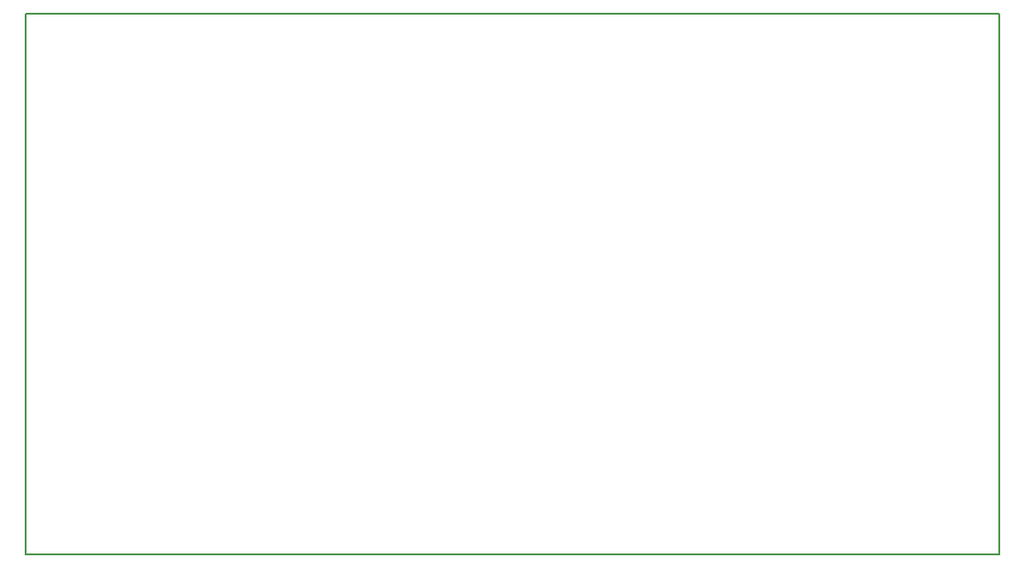
<source format=gbr>
G04 PROTEUS RS274X GERBER FILE*
%FSLAX45Y45*%
%MOMM*%
G01*
%ADD21C,0.203200*%
%TD.AperFunction*%
D21*
X+0Y+0D02*
X+9000000Y+0D01*
X+9000000Y+5000000D01*
X+0Y+5000000D01*
X+0Y+0D01*
M02*

</source>
